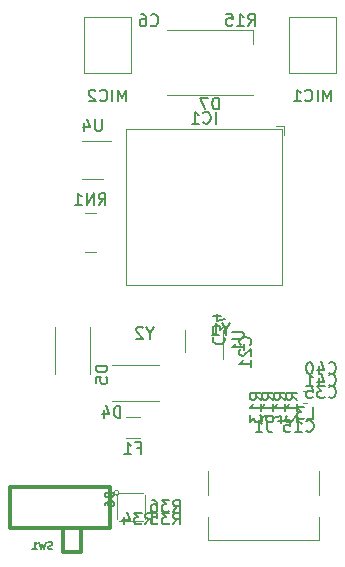
<source format=gbr>
G04 #@! TF.GenerationSoftware,KiCad,Pcbnew,(5.99.0-2290-gd34f8fd4b)*
G04 #@! TF.CreationDate,2020-11-06T19:29:50+01:00*
G04 #@! TF.ProjectId,Tympan-Nya,54796d70-616e-42d4-9e79-612e6b696361,rev?*
G04 #@! TF.SameCoordinates,PX6d878d0PY72e6100*
G04 #@! TF.FileFunction,Legend,Bot*
G04 #@! TF.FilePolarity,Positive*
%FSLAX46Y46*%
G04 Gerber Fmt 4.6, Leading zero omitted, Abs format (unit mm)*
G04 Created by KiCad (PCBNEW (5.99.0-2290-gd34f8fd4b)) date 2020-11-06 19:29:50*
%MOMM*%
%LPD*%
G01*
G04 APERTURE LIST*
%ADD10C,0.150000*%
%ADD11C,0.127000*%
%ADD12C,0.120000*%
%ADD13C,0.100000*%
%ADD14C,0.300000*%
G04 APERTURE END LIST*
D10*
X-22773505Y43985220D02*
X-22773505Y44985220D01*
X-23011600Y44985220D01*
X-23154458Y44937600D01*
X-23249696Y44842362D01*
X-23297315Y44747124D01*
X-23344934Y44556648D01*
X-23344934Y44413791D01*
X-23297315Y44223315D01*
X-23249696Y44128077D01*
X-23154458Y44032839D01*
X-23011600Y43985220D01*
X-22773505Y43985220D01*
X-23678267Y44985220D02*
X-24344934Y44985220D01*
X-23916362Y43985220D01*
X-20277943Y51090420D02*
X-19944610Y51566610D01*
X-19706515Y51090420D02*
X-19706515Y52090420D01*
X-20087467Y52090420D01*
X-20182705Y52042800D01*
X-20230324Y51995181D01*
X-20277943Y51899943D01*
X-20277943Y51757086D01*
X-20230324Y51661848D01*
X-20182705Y51614229D01*
X-20087467Y51566610D01*
X-19706515Y51566610D01*
X-21230324Y51090420D02*
X-20658896Y51090420D01*
X-20944610Y51090420D02*
X-20944610Y52090420D01*
X-20849372Y51947562D01*
X-20754134Y51852324D01*
X-20658896Y51804705D01*
X-22135086Y52090420D02*
X-21658896Y52090420D01*
X-21611277Y51614229D01*
X-21658896Y51661848D01*
X-21754134Y51709467D01*
X-21992229Y51709467D01*
X-22087467Y51661848D01*
X-22135086Y51614229D01*
X-22182705Y51518991D01*
X-22182705Y51280896D01*
X-22135086Y51185658D01*
X-22087467Y51138039D01*
X-21992229Y51090420D01*
X-21754134Y51090420D01*
X-21658896Y51138039D01*
X-21611277Y51185658D01*
X-32955724Y35908820D02*
X-32622391Y36385010D01*
X-32384296Y35908820D02*
X-32384296Y36908820D01*
X-32765248Y36908820D01*
X-32860486Y36861200D01*
X-32908105Y36813581D01*
X-32955724Y36718343D01*
X-32955724Y36575486D01*
X-32908105Y36480248D01*
X-32860486Y36432629D01*
X-32765248Y36385010D01*
X-32384296Y36385010D01*
X-33384296Y35908820D02*
X-33384296Y36908820D01*
X-33955724Y35908820D01*
X-33955724Y36908820D01*
X-34955724Y35908820D02*
X-34384296Y35908820D01*
X-34670010Y35908820D02*
X-34670010Y36908820D01*
X-34574772Y36765962D01*
X-34479534Y36670724D01*
X-34384296Y36623105D01*
X-18155420Y19398258D02*
X-18631610Y19731591D01*
X-18155420Y19969686D02*
X-19155420Y19969686D01*
X-19155420Y19588734D01*
X-19107800Y19493496D01*
X-19060181Y19445877D01*
X-18964943Y19398258D01*
X-18822086Y19398258D01*
X-18726848Y19445877D01*
X-18679229Y19493496D01*
X-18631610Y19588734D01*
X-18631610Y19969686D01*
X-18155420Y18445877D02*
X-18155420Y19017305D01*
X-18155420Y18731591D02*
X-19155420Y18731591D01*
X-19012562Y18826829D01*
X-18917324Y18922067D01*
X-18869705Y19017305D01*
X-19155420Y17588734D02*
X-19155420Y17779210D01*
X-19107800Y17874448D01*
X-19060181Y17922067D01*
X-18917324Y18017305D01*
X-18726848Y18064924D01*
X-18345896Y18064924D01*
X-18250658Y18017305D01*
X-18203039Y17969686D01*
X-18155420Y17874448D01*
X-18155420Y17683972D01*
X-18203039Y17588734D01*
X-18250658Y17541115D01*
X-18345896Y17493496D01*
X-18583991Y17493496D01*
X-18679229Y17541115D01*
X-18726848Y17588734D01*
X-18774467Y17683972D01*
X-18774467Y17874448D01*
X-18726848Y17969686D01*
X-18679229Y18017305D01*
X-18583991Y18064924D01*
X-17139420Y19395858D02*
X-17615610Y19729191D01*
X-17139420Y19967286D02*
X-18139420Y19967286D01*
X-18139420Y19586334D01*
X-18091800Y19491096D01*
X-18044181Y19443477D01*
X-17948943Y19395858D01*
X-17806086Y19395858D01*
X-17710848Y19443477D01*
X-17663229Y19491096D01*
X-17615610Y19586334D01*
X-17615610Y19967286D01*
X-17139420Y18443477D02*
X-17139420Y19014905D01*
X-17139420Y18729191D02*
X-18139420Y18729191D01*
X-17996562Y18824429D01*
X-17901324Y18919667D01*
X-17853705Y19014905D01*
X-17806086Y17586334D02*
X-17139420Y17586334D01*
X-18187039Y17824429D02*
X-17472753Y18062524D01*
X-17472753Y17443477D01*
X-19171420Y19395858D02*
X-19647610Y19729191D01*
X-19171420Y19967286D02*
X-20171420Y19967286D01*
X-20171420Y19586334D01*
X-20123800Y19491096D01*
X-20076181Y19443477D01*
X-19980943Y19395858D01*
X-19838086Y19395858D01*
X-19742848Y19443477D01*
X-19695229Y19491096D01*
X-19647610Y19586334D01*
X-19647610Y19967286D01*
X-19171420Y18443477D02*
X-19171420Y19014905D01*
X-19171420Y18729191D02*
X-20171420Y18729191D01*
X-20028562Y18824429D01*
X-19933324Y18919667D01*
X-19885705Y19014905D01*
X-20171420Y18110143D02*
X-20171420Y17491096D01*
X-19790467Y17824429D01*
X-19790467Y17681572D01*
X-19742848Y17586334D01*
X-19695229Y17538715D01*
X-19599991Y17491096D01*
X-19361896Y17491096D01*
X-19266658Y17538715D01*
X-19219039Y17586334D01*
X-19171420Y17681572D01*
X-19171420Y17967286D01*
X-19219039Y18062524D01*
X-19266658Y18110143D01*
X-16123420Y19395858D02*
X-16599610Y19729191D01*
X-16123420Y19967286D02*
X-17123420Y19967286D01*
X-17123420Y19586334D01*
X-17075800Y19491096D01*
X-17028181Y19443477D01*
X-16932943Y19395858D01*
X-16790086Y19395858D01*
X-16694848Y19443477D01*
X-16647229Y19491096D01*
X-16599610Y19586334D01*
X-16599610Y19967286D01*
X-16123420Y18443477D02*
X-16123420Y19014905D01*
X-16123420Y18729191D02*
X-17123420Y18729191D01*
X-16980562Y18824429D01*
X-16885324Y18919667D01*
X-16837705Y19014905D01*
X-17028181Y18062524D02*
X-17075800Y18014905D01*
X-17123420Y17919667D01*
X-17123420Y17681572D01*
X-17075800Y17586334D01*
X-17028181Y17538715D01*
X-16932943Y17491096D01*
X-16837705Y17491096D01*
X-16694848Y17538715D01*
X-16123420Y18110143D01*
X-16123420Y17491096D01*
X-23043410Y42793220D02*
X-23043410Y43793220D01*
X-24091029Y42888458D02*
X-24043410Y42840839D01*
X-23900553Y42793220D01*
X-23805315Y42793220D01*
X-23662458Y42840839D01*
X-23567220Y42936077D01*
X-23519600Y43031315D01*
X-23471981Y43221791D01*
X-23471981Y43364648D01*
X-23519600Y43555124D01*
X-23567220Y43650362D01*
X-23662458Y43745600D01*
X-23805315Y43793220D01*
X-23900553Y43793220D01*
X-24043410Y43745600D01*
X-24091029Y43697981D01*
X-25043410Y42793220D02*
X-24471981Y42793220D01*
X-24757696Y42793220D02*
X-24757696Y43793220D01*
X-24662458Y43650362D01*
X-24567220Y43555124D01*
X-24471981Y43507505D01*
X-18657067Y17655820D02*
X-18657067Y16941534D01*
X-18609448Y16798677D01*
X-18514210Y16703439D01*
X-18371353Y16655820D01*
X-18276115Y16655820D01*
X-19657067Y16655820D02*
X-19085639Y16655820D01*
X-19371353Y16655820D02*
X-19371353Y17655820D01*
X-19276115Y17512962D01*
X-19180877Y17417724D01*
X-19085639Y17370105D01*
X-30650781Y44666220D02*
X-30650781Y45666220D01*
X-30984115Y44951934D01*
X-31317448Y45666220D01*
X-31317448Y44666220D01*
X-31793639Y44666220D02*
X-31793639Y45666220D01*
X-32841258Y44761458D02*
X-32793639Y44713839D01*
X-32650781Y44666220D01*
X-32555543Y44666220D01*
X-32412686Y44713839D01*
X-32317448Y44809077D01*
X-32269829Y44904315D01*
X-32222210Y45094791D01*
X-32222210Y45237648D01*
X-32269829Y45428124D01*
X-32317448Y45523362D01*
X-32412686Y45618600D01*
X-32555543Y45666220D01*
X-32650781Y45666220D01*
X-32793639Y45618600D01*
X-32841258Y45570981D01*
X-33222210Y45570981D02*
X-33269829Y45618600D01*
X-33365067Y45666220D01*
X-33603162Y45666220D01*
X-33698400Y45618600D01*
X-33746020Y45570981D01*
X-33793639Y45475743D01*
X-33793639Y45380505D01*
X-33746020Y45237648D01*
X-33174591Y44666220D01*
X-33793639Y44666220D01*
X-13277181Y44666220D02*
X-13277181Y45666220D01*
X-13610515Y44951934D01*
X-13943848Y45666220D01*
X-13943848Y44666220D01*
X-14420039Y44666220D02*
X-14420039Y45666220D01*
X-15467658Y44761458D02*
X-15420039Y44713839D01*
X-15277181Y44666220D01*
X-15181943Y44666220D01*
X-15039086Y44713839D01*
X-14943848Y44809077D01*
X-14896229Y44904315D01*
X-14848610Y45094791D01*
X-14848610Y45237648D01*
X-14896229Y45428124D01*
X-14943848Y45523362D01*
X-15039086Y45618600D01*
X-15181943Y45666220D01*
X-15277181Y45666220D01*
X-15420039Y45618600D01*
X-15467658Y45570981D01*
X-16420039Y44666220D02*
X-15848610Y44666220D01*
X-16134324Y44666220D02*
X-16134324Y45666220D01*
X-16039086Y45523362D01*
X-15943848Y45428124D01*
X-15848610Y45380505D01*
X-32681096Y43155620D02*
X-32681096Y42346096D01*
X-32728715Y42250858D01*
X-32776334Y42203239D01*
X-32871572Y42155620D01*
X-33062048Y42155620D01*
X-33157286Y42203239D01*
X-33204905Y42250858D01*
X-33252524Y42346096D01*
X-33252524Y43155620D01*
X-34157286Y42822286D02*
X-34157286Y42155620D01*
X-33919191Y43203239D02*
X-33681096Y42488953D01*
X-34300143Y42488953D01*
X-21667220Y25153705D02*
X-20857696Y25153705D01*
X-20762458Y25106086D01*
X-20714839Y25058467D01*
X-20667220Y24963229D01*
X-20667220Y24772753D01*
X-20714839Y24677515D01*
X-20762458Y24629896D01*
X-20857696Y24582277D01*
X-21667220Y24582277D01*
X-20667220Y23582277D02*
X-20667220Y24153705D01*
X-20667220Y23867991D02*
X-21667220Y23867991D01*
X-21524362Y23963229D01*
X-21429124Y24058467D01*
X-21381505Y24153705D01*
X-26653343Y9920220D02*
X-26320010Y10396410D01*
X-26081915Y9920220D02*
X-26081915Y10920220D01*
X-26462867Y10920220D01*
X-26558105Y10872600D01*
X-26605724Y10824981D01*
X-26653343Y10729743D01*
X-26653343Y10586886D01*
X-26605724Y10491648D01*
X-26558105Y10444029D01*
X-26462867Y10396410D01*
X-26081915Y10396410D01*
X-26986677Y10920220D02*
X-27605724Y10920220D01*
X-27272391Y10539267D01*
X-27415248Y10539267D01*
X-27510486Y10491648D01*
X-27558105Y10444029D01*
X-27605724Y10348791D01*
X-27605724Y10110696D01*
X-27558105Y10015458D01*
X-27510486Y9967839D01*
X-27415248Y9920220D01*
X-27129534Y9920220D01*
X-27034296Y9967839D01*
X-26986677Y10015458D01*
X-28462867Y10920220D02*
X-28272391Y10920220D01*
X-28177153Y10872600D01*
X-28129534Y10824981D01*
X-28034296Y10682124D01*
X-27986677Y10491648D01*
X-27986677Y10110696D01*
X-28034296Y10015458D01*
X-28081915Y9967839D01*
X-28177153Y9920220D01*
X-28367629Y9920220D01*
X-28462867Y9967839D01*
X-28510486Y10015458D01*
X-28558105Y10110696D01*
X-28558105Y10348791D01*
X-28510486Y10444029D01*
X-28462867Y10491648D01*
X-28367629Y10539267D01*
X-28177153Y10539267D01*
X-28081915Y10491648D01*
X-28034296Y10444029D01*
X-27986677Y10348791D01*
X-26653343Y8853420D02*
X-26320010Y9329610D01*
X-26081915Y8853420D02*
X-26081915Y9853420D01*
X-26462867Y9853420D01*
X-26558105Y9805800D01*
X-26605724Y9758181D01*
X-26653343Y9662943D01*
X-26653343Y9520086D01*
X-26605724Y9424848D01*
X-26558105Y9377229D01*
X-26462867Y9329610D01*
X-26081915Y9329610D01*
X-26986677Y9853420D02*
X-27605724Y9853420D01*
X-27272391Y9472467D01*
X-27415248Y9472467D01*
X-27510486Y9424848D01*
X-27558105Y9377229D01*
X-27605724Y9281991D01*
X-27605724Y9043896D01*
X-27558105Y8948658D01*
X-27510486Y8901039D01*
X-27415248Y8853420D01*
X-27129534Y8853420D01*
X-27034296Y8901039D01*
X-26986677Y8948658D01*
X-28510486Y9853420D02*
X-28034296Y9853420D01*
X-27986677Y9377229D01*
X-28034296Y9424848D01*
X-28129534Y9472467D01*
X-28367629Y9472467D01*
X-28462867Y9424848D01*
X-28510486Y9377229D01*
X-28558105Y9281991D01*
X-28558105Y9043896D01*
X-28510486Y8948658D01*
X-28462867Y8901039D01*
X-28367629Y8853420D01*
X-28129534Y8853420D01*
X-28034296Y8901039D01*
X-27986677Y8948658D01*
X-28990143Y8853420D02*
X-28656810Y9329610D01*
X-28418715Y8853420D02*
X-28418715Y9853420D01*
X-28799667Y9853420D01*
X-28894905Y9805800D01*
X-28942524Y9758181D01*
X-28990143Y9662943D01*
X-28990143Y9520086D01*
X-28942524Y9424848D01*
X-28894905Y9377229D01*
X-28799667Y9329610D01*
X-28418715Y9329610D01*
X-29323477Y9853420D02*
X-29942524Y9853420D01*
X-29609191Y9472467D01*
X-29752048Y9472467D01*
X-29847286Y9424848D01*
X-29894905Y9377229D01*
X-29942524Y9281991D01*
X-29942524Y9043896D01*
X-29894905Y8948658D01*
X-29847286Y8901039D01*
X-29752048Y8853420D01*
X-29466334Y8853420D01*
X-29371096Y8901039D01*
X-29323477Y8948658D01*
X-30799667Y9520086D02*
X-30799667Y8853420D01*
X-30561572Y9901039D02*
X-30323477Y9186753D01*
X-30942524Y9186753D01*
X-13470743Y20680258D02*
X-13423124Y20632639D01*
X-13280267Y20585020D01*
X-13185029Y20585020D01*
X-13042172Y20632639D01*
X-12946934Y20727877D01*
X-12899315Y20823115D01*
X-12851696Y21013591D01*
X-12851696Y21156448D01*
X-12899315Y21346924D01*
X-12946934Y21442162D01*
X-13042172Y21537400D01*
X-13185029Y21585020D01*
X-13280267Y21585020D01*
X-13423124Y21537400D01*
X-13470743Y21489781D01*
X-14327886Y21251686D02*
X-14327886Y20585020D01*
X-14089791Y21632639D02*
X-13851696Y20918353D01*
X-14470743Y20918353D01*
X-15375505Y20585020D02*
X-14804077Y20585020D01*
X-15089791Y20585020D02*
X-15089791Y21585020D01*
X-14994553Y21442162D01*
X-14899315Y21346924D01*
X-14804077Y21299305D01*
X-13470743Y21696258D02*
X-13423124Y21648639D01*
X-13280267Y21601020D01*
X-13185029Y21601020D01*
X-13042172Y21648639D01*
X-12946934Y21743877D01*
X-12899315Y21839115D01*
X-12851696Y22029591D01*
X-12851696Y22172448D01*
X-12899315Y22362924D01*
X-12946934Y22458162D01*
X-13042172Y22553400D01*
X-13185029Y22601020D01*
X-13280267Y22601020D01*
X-13423124Y22553400D01*
X-13470743Y22505781D01*
X-14327886Y22267686D02*
X-14327886Y21601020D01*
X-14089791Y22648639D02*
X-13851696Y21934353D01*
X-14470743Y21934353D01*
X-15042172Y22601020D02*
X-15137410Y22601020D01*
X-15232648Y22553400D01*
X-15280267Y22505781D01*
X-15327886Y22410543D01*
X-15375505Y22220067D01*
X-15375505Y21981972D01*
X-15327886Y21791496D01*
X-15280267Y21696258D01*
X-15232648Y21648639D01*
X-15137410Y21601020D01*
X-15042172Y21601020D01*
X-14946934Y21648639D01*
X-14899315Y21696258D01*
X-14851696Y21791496D01*
X-14804077Y21981972D01*
X-14804077Y22220067D01*
X-14851696Y22410543D01*
X-14899315Y22505781D01*
X-14946934Y22553400D01*
X-15042172Y22601020D01*
X-13470743Y19664258D02*
X-13423124Y19616639D01*
X-13280267Y19569020D01*
X-13185029Y19569020D01*
X-13042172Y19616639D01*
X-12946934Y19711877D01*
X-12899315Y19807115D01*
X-12851696Y19997591D01*
X-12851696Y20140448D01*
X-12899315Y20330924D01*
X-12946934Y20426162D01*
X-13042172Y20521400D01*
X-13185029Y20569020D01*
X-13280267Y20569020D01*
X-13423124Y20521400D01*
X-13470743Y20473781D01*
X-13804077Y20569020D02*
X-14423124Y20569020D01*
X-14089791Y20188067D01*
X-14232648Y20188067D01*
X-14327886Y20140448D01*
X-14375505Y20092829D01*
X-14423124Y19997591D01*
X-14423124Y19759496D01*
X-14375505Y19664258D01*
X-14327886Y19616639D01*
X-14232648Y19569020D01*
X-13946934Y19569020D01*
X-13851696Y19616639D01*
X-13804077Y19664258D01*
X-15327886Y20569020D02*
X-14851696Y20569020D01*
X-14804077Y20092829D01*
X-14851696Y20140448D01*
X-14946934Y20188067D01*
X-15185029Y20188067D01*
X-15280267Y20140448D01*
X-15327886Y20092829D01*
X-15375505Y19997591D01*
X-15375505Y19759496D01*
X-15327886Y19664258D01*
X-15280267Y19616639D01*
X-15185029Y19569020D01*
X-14946934Y19569020D01*
X-14851696Y19616639D01*
X-14804077Y19664258D01*
X-23184543Y24714143D02*
X-23232162Y24666524D01*
X-23279781Y24523667D01*
X-23279781Y24428429D01*
X-23232162Y24285572D01*
X-23136924Y24190334D01*
X-23041686Y24142715D01*
X-22851210Y24095096D01*
X-22708353Y24095096D01*
X-22517877Y24142715D01*
X-22422639Y24190334D01*
X-22327400Y24285572D01*
X-22279781Y24428429D01*
X-22279781Y24523667D01*
X-22327400Y24666524D01*
X-22375020Y24714143D01*
X-22279781Y25047477D02*
X-22279781Y25666524D01*
X-22660734Y25333191D01*
X-22660734Y25476048D01*
X-22708353Y25571286D01*
X-22755972Y25618905D01*
X-22851210Y25666524D01*
X-23089305Y25666524D01*
X-23184543Y25618905D01*
X-23232162Y25571286D01*
X-23279781Y25476048D01*
X-23279781Y25190334D01*
X-23232162Y25095096D01*
X-23184543Y25047477D01*
X-22613115Y26523667D02*
X-23279781Y26523667D01*
X-22232162Y26285572D02*
X-22946448Y26047477D01*
X-22946448Y26666524D01*
X-20130258Y24069458D02*
X-20082639Y24117077D01*
X-20035020Y24259934D01*
X-20035020Y24355172D01*
X-20082639Y24498029D01*
X-20177877Y24593267D01*
X-20273115Y24640886D01*
X-20463591Y24688505D01*
X-20606448Y24688505D01*
X-20796924Y24640886D01*
X-20892162Y24593267D01*
X-20987400Y24498029D01*
X-21035020Y24355172D01*
X-21035020Y24259934D01*
X-20987400Y24117077D01*
X-20939781Y24069458D01*
X-20939781Y23688505D02*
X-20987400Y23640886D01*
X-21035020Y23545648D01*
X-21035020Y23307553D01*
X-20987400Y23212315D01*
X-20939781Y23164696D01*
X-20844543Y23117077D01*
X-20749305Y23117077D01*
X-20606448Y23164696D01*
X-20035020Y23736124D01*
X-20035020Y23117077D01*
X-20035020Y22164696D02*
X-20035020Y22736124D01*
X-20035020Y22450410D02*
X-21035020Y22450410D01*
X-20892162Y22545648D01*
X-20796924Y22640886D01*
X-20749305Y22736124D01*
X-15378143Y16768658D02*
X-15330524Y16721039D01*
X-15187667Y16673420D01*
X-15092429Y16673420D01*
X-14949572Y16721039D01*
X-14854334Y16816277D01*
X-14806715Y16911515D01*
X-14759096Y17101991D01*
X-14759096Y17244848D01*
X-14806715Y17435324D01*
X-14854334Y17530562D01*
X-14949572Y17625800D01*
X-15092429Y17673420D01*
X-15187667Y17673420D01*
X-15330524Y17625800D01*
X-15378143Y17578181D01*
X-16330524Y16673420D02*
X-15759096Y16673420D01*
X-16044810Y16673420D02*
X-16044810Y17673420D01*
X-15949572Y17530562D01*
X-15854334Y17435324D01*
X-15759096Y17387705D01*
X-17235286Y17673420D02*
X-16759096Y17673420D01*
X-16711477Y17197229D01*
X-16759096Y17244848D01*
X-16854334Y17292467D01*
X-17092429Y17292467D01*
X-17187667Y17244848D01*
X-17235286Y17197229D01*
X-17282905Y17101991D01*
X-17282905Y16863896D01*
X-17235286Y16768658D01*
X-17187667Y16721039D01*
X-17092429Y16673420D01*
X-16854334Y16673420D01*
X-16759096Y16721039D01*
X-16711477Y16768658D01*
X-28526534Y51138058D02*
X-28478915Y51090439D01*
X-28336058Y51042820D01*
X-28240820Y51042820D01*
X-28097962Y51090439D01*
X-28002724Y51185677D01*
X-27955105Y51280915D01*
X-27907486Y51471391D01*
X-27907486Y51614248D01*
X-27955105Y51804724D01*
X-28002724Y51899962D01*
X-28097962Y51995200D01*
X-28240820Y52042820D01*
X-28336058Y52042820D01*
X-28478915Y51995200D01*
X-28526534Y51947581D01*
X-29383677Y52042820D02*
X-29193200Y52042820D01*
X-29097962Y51995200D01*
X-29050343Y51947581D01*
X-28955105Y51804724D01*
X-28907486Y51614248D01*
X-28907486Y51233296D01*
X-28955105Y51138058D01*
X-29002724Y51090439D01*
X-29097962Y51042820D01*
X-29288439Y51042820D01*
X-29383677Y51090439D01*
X-29431296Y51138058D01*
X-29478915Y51233296D01*
X-29478915Y51471391D01*
X-29431296Y51566629D01*
X-29383677Y51614248D01*
X-29288439Y51661867D01*
X-29097962Y51661867D01*
X-29002724Y51614248D01*
X-28955105Y51566629D01*
X-28907486Y51471391D01*
X-28598010Y25063610D02*
X-28598010Y24587420D01*
X-28264677Y25587420D02*
X-28598010Y25063610D01*
X-28931343Y25587420D01*
X-29217058Y25492181D02*
X-29264677Y25539800D01*
X-29359915Y25587420D01*
X-29598010Y25587420D01*
X-29693248Y25539800D01*
X-29740867Y25492181D01*
X-29788486Y25396943D01*
X-29788486Y25301705D01*
X-29740867Y25158848D01*
X-29169439Y24587420D01*
X-29788486Y24587420D01*
X-22141010Y25393810D02*
X-22141010Y24917620D01*
X-21807677Y25917620D02*
X-22141010Y25393810D01*
X-22474343Y25917620D01*
X-23331486Y24917620D02*
X-22760058Y24917620D01*
X-23045772Y24917620D02*
X-23045772Y25917620D01*
X-22950534Y25774762D01*
X-22855296Y25679524D01*
X-22760058Y25631905D01*
D11*
X-36860714Y6784156D02*
X-36951428Y6753918D01*
X-37102619Y6753918D01*
X-37163095Y6784156D01*
X-37193333Y6814394D01*
X-37223571Y6874870D01*
X-37223571Y6935346D01*
X-37193333Y6995822D01*
X-37163095Y7026060D01*
X-37102619Y7056299D01*
X-36981666Y7086537D01*
X-36921190Y7116775D01*
X-36890952Y7147013D01*
X-36860714Y7207489D01*
X-36860714Y7267965D01*
X-36890952Y7328441D01*
X-36921190Y7358679D01*
X-36981666Y7388918D01*
X-37132857Y7388918D01*
X-37223571Y7358679D01*
X-37435238Y7388918D02*
X-37586428Y6753918D01*
X-37707380Y7207489D01*
X-37828333Y6753918D01*
X-37979523Y7388918D01*
X-38554047Y6753918D02*
X-38191190Y6753918D01*
X-38372619Y6753918D02*
X-38372619Y7388918D01*
X-38312142Y7298203D01*
X-38251666Y7237727D01*
X-38191190Y7207489D01*
D10*
X-15293134Y17785020D02*
X-14816943Y17785020D01*
X-14816943Y18785020D01*
X-15531229Y18785020D02*
X-16150277Y18785020D01*
X-15816943Y18404067D01*
X-15959800Y18404067D01*
X-16055039Y18356448D01*
X-16102658Y18308829D01*
X-16150277Y18213591D01*
X-16150277Y17975496D01*
X-16102658Y17880258D01*
X-16055039Y17832639D01*
X-15959800Y17785020D01*
X-15674086Y17785020D01*
X-15578848Y17832639D01*
X-15531229Y17880258D01*
X-29731467Y15328029D02*
X-29398134Y15328029D01*
X-29398134Y14804220D02*
X-29398134Y15804220D01*
X-29874324Y15804220D01*
X-30779086Y14804220D02*
X-30207658Y14804220D01*
X-30493372Y14804220D02*
X-30493372Y15804220D01*
X-30398134Y15661362D01*
X-30302896Y15566124D01*
X-30207658Y15518505D01*
X-31672778Y11528169D02*
X-32422778Y11528169D01*
X-32422778Y11349597D01*
X-32387063Y11242455D01*
X-32315635Y11171026D01*
X-32244206Y11135312D01*
X-32101349Y11099597D01*
X-31994206Y11099597D01*
X-31851349Y11135312D01*
X-31779921Y11171026D01*
X-31708492Y11242455D01*
X-31672778Y11349597D01*
X-31672778Y11528169D01*
X-32422778Y10456740D02*
X-32422778Y10599597D01*
X-32387063Y10671026D01*
X-32351349Y10706740D01*
X-32244206Y10778169D01*
X-32101349Y10813883D01*
X-31815635Y10813883D01*
X-31744206Y10778169D01*
X-31708492Y10742455D01*
X-31672778Y10671026D01*
X-31672778Y10528169D01*
X-31708492Y10456740D01*
X-31744206Y10421026D01*
X-31815635Y10385312D01*
X-31994206Y10385312D01*
X-32065635Y10421026D01*
X-32101349Y10456740D01*
X-32137063Y10528169D01*
X-32137063Y10671026D01*
X-32101349Y10742455D01*
X-32065635Y10778169D01*
X-31994206Y10813883D01*
X-32217820Y22291696D02*
X-33217820Y22291696D01*
X-33217820Y22053600D01*
X-33170200Y21910743D01*
X-33074962Y21815505D01*
X-32979724Y21767886D01*
X-32789248Y21720267D01*
X-32646391Y21720267D01*
X-32455915Y21767886D01*
X-32360677Y21815505D01*
X-32265439Y21910743D01*
X-32217820Y22053600D01*
X-32217820Y22291696D01*
X-33217820Y20815505D02*
X-33217820Y21291696D01*
X-32741629Y21339315D01*
X-32789248Y21291696D01*
X-32836867Y21196458D01*
X-32836867Y20958362D01*
X-32789248Y20863124D01*
X-32741629Y20815505D01*
X-32646391Y20767886D01*
X-32408296Y20767886D01*
X-32313058Y20815505D01*
X-32265439Y20863124D01*
X-32217820Y20958362D01*
X-32217820Y21196458D01*
X-32265439Y21291696D01*
X-32313058Y21339315D01*
X-31104705Y17883420D02*
X-31104705Y18883420D01*
X-31342800Y18883420D01*
X-31485658Y18835800D01*
X-31580896Y18740562D01*
X-31628515Y18645324D01*
X-31676134Y18454848D01*
X-31676134Y18311991D01*
X-31628515Y18121515D01*
X-31580896Y18026277D01*
X-31485658Y17931039D01*
X-31342800Y17883420D01*
X-31104705Y17883420D01*
X-32533277Y18550086D02*
X-32533277Y17883420D01*
X-32295181Y18931039D02*
X-32057086Y18216753D01*
X-32676134Y18216753D01*
D12*
X-19861600Y50687600D02*
X-19861600Y49537600D01*
X-27161600Y50687600D02*
X-19861600Y50687600D01*
X-27161600Y45187600D02*
X-19861600Y45187600D01*
X-34146200Y35241200D02*
X-33146200Y35241200D01*
X-34146200Y31881200D02*
X-33146200Y31881200D01*
X-17219600Y41845600D02*
X-17219600Y42545600D01*
X-17219600Y42545600D02*
X-17919600Y42545600D01*
X-30619600Y42345600D02*
X-30619600Y29145600D01*
X-30619600Y29145600D02*
X-17419600Y29145600D01*
X-17419600Y29145600D02*
X-17419600Y42345600D01*
X-17419600Y42345600D02*
X-30619600Y42345600D01*
X-14290400Y9463200D02*
X-14290400Y7563200D01*
X-14290400Y13363200D02*
X-14290400Y11363200D01*
X-23690400Y9463200D02*
X-23690400Y7563200D01*
X-23690400Y13363200D02*
X-23690400Y11363200D01*
X-14290400Y7563200D02*
X-23690400Y7563200D01*
D13*
X-34198400Y51850600D02*
X-34198400Y47100600D01*
X-34198400Y47100600D02*
X-30198400Y47100600D01*
X-30198400Y47100600D02*
X-30198400Y51850600D01*
X-30198400Y51850600D02*
X-34198400Y51850600D01*
X-16824800Y51850600D02*
X-16824800Y47100600D01*
X-16824800Y47100600D02*
X-12824800Y47100600D01*
X-12824800Y47100600D02*
X-12824800Y51850600D01*
X-12824800Y51850600D02*
X-16824800Y51850600D01*
D12*
X-32543000Y38098000D02*
X-34343000Y38098000D01*
X-34343000Y41318000D02*
X-31893000Y41318000D01*
X-25629600Y23491800D02*
X-25629600Y25291800D01*
X-22409600Y25291800D02*
X-22409600Y22841800D01*
D14*
X-35957380Y8541179D02*
X-35957380Y6541179D01*
X-35957380Y6541179D02*
X-34457380Y6541179D01*
X-34457380Y6541179D02*
X-34457380Y8541179D01*
X-31957380Y12041179D02*
X-40457380Y12041179D01*
X-40457380Y12041179D02*
X-40457380Y8541179D01*
X-40457380Y8541179D02*
X-31957380Y8541179D01*
X-31957380Y8541179D02*
X-31957380Y12041179D01*
D12*
X-15622579Y20177400D02*
X-15297021Y20177400D01*
X-15622579Y19157400D02*
X-15297021Y19157400D01*
X-30666864Y17986600D02*
X-29462736Y17986600D01*
X-30666864Y16166600D02*
X-29462736Y16166600D01*
D13*
X-29034063Y9314197D02*
X-29034063Y11314197D01*
X-31234063Y9114197D02*
X-29234063Y9114197D01*
X-31434063Y11314197D02*
X-31434063Y9314197D01*
X-29234063Y11514197D02*
X-31234063Y11514197D01*
X-31234063Y11514197D02*
G75*
G03*
X-31234063Y11514197I-200000J0D01*
G01*
X-36670200Y25553600D02*
X-36670200Y21553600D01*
X-33670200Y21553600D02*
X-33670200Y25553600D01*
X-27842800Y22335800D02*
X-31842800Y22335800D01*
X-31842800Y19335800D02*
X-27842800Y19335800D01*
M02*

</source>
